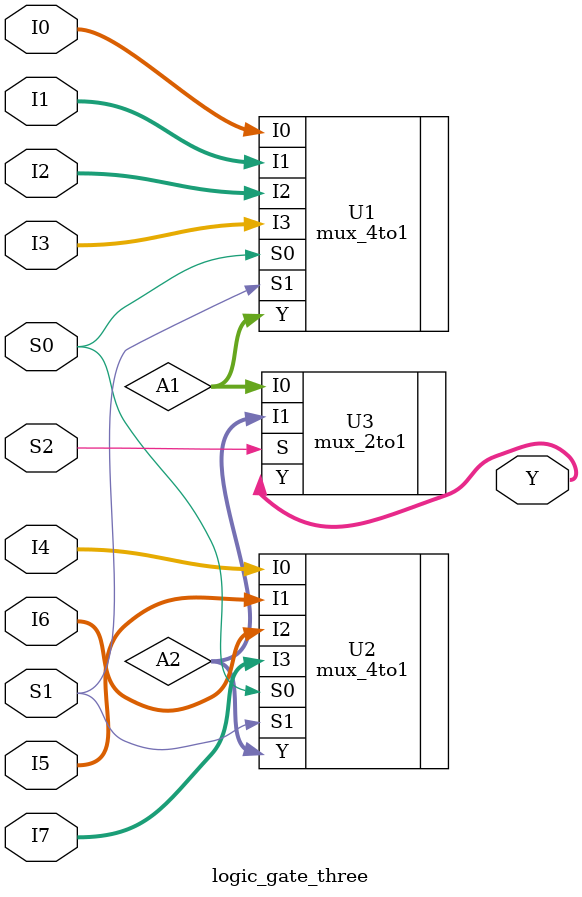
<source format=v>
`timescale 1ns / 1ps


module logic_gate_three(I0,I1,I2,I3,I4,I5,I6,I7,S0,S1,S2,Y);

output [3:0]Y;
input [3:0]I0,I1,I2,I3,I4,I5,I6,I7;
input S0,S1,S2;
wire [3:0]A1,A2;

mux_4to1 U1(.I0(I0),.I1(I1),.I2(I2),.I3(I3),.S0(S0),.S1(S1),.Y(A1));
mux_4to1 U2(.I0(I4),.I1(I5),.I2(I6),.I3(I7),.S0(S0),.S1(S1),.Y(A2));
mux_2to1 U3(.I0(A1),.I1(A2),.S(S2),.Y(Y));

endmodule

</source>
